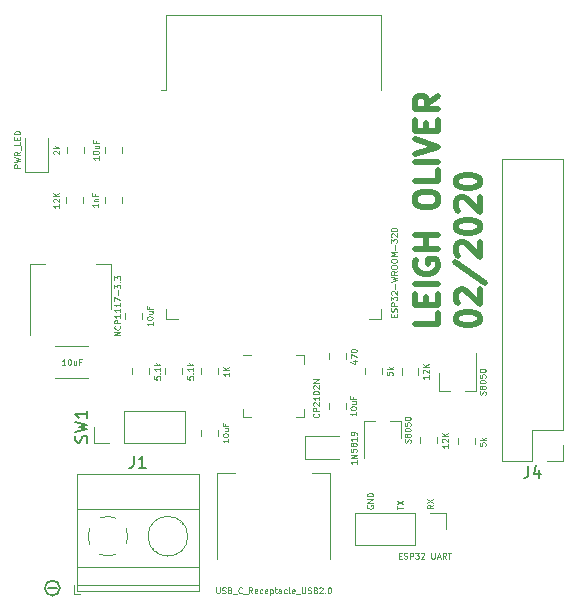
<source format=gbr>
G04 #@! TF.GenerationSoftware,KiCad,Pcbnew,5.1.4-e60b266~84~ubuntu19.04.1*
G04 #@! TF.CreationDate,2020-02-27T18:00:07+11:00*
G04 #@! TF.ProjectId,esp32_saab_devboard,65737033-325f-4736-9161-625f64657662,rev?*
G04 #@! TF.SameCoordinates,Original*
G04 #@! TF.FileFunction,Legend,Top*
G04 #@! TF.FilePolarity,Positive*
%FSLAX46Y46*%
G04 Gerber Fmt 4.6, Leading zero omitted, Abs format (unit mm)*
G04 Created by KiCad (PCBNEW 5.1.4-e60b266~84~ubuntu19.04.1) date 2020-02-27 18:00:07*
%MOMM*%
%LPD*%
G04 APERTURE LIST*
%ADD10C,0.500000*%
%ADD11C,0.125000*%
%ADD12C,0.150000*%
%ADD13C,0.120000*%
%ADD14C,0.100000*%
G04 APERTURE END LIST*
D10*
X208958761Y-97306428D02*
X208958761Y-98258809D01*
X206958761Y-98258809D01*
X207911142Y-96639761D02*
X207911142Y-95973095D01*
X208958761Y-95687380D02*
X208958761Y-96639761D01*
X206958761Y-96639761D01*
X206958761Y-95687380D01*
X208958761Y-94830238D02*
X206958761Y-94830238D01*
X207054000Y-92830238D02*
X206958761Y-93020714D01*
X206958761Y-93306428D01*
X207054000Y-93592142D01*
X207244476Y-93782619D01*
X207434952Y-93877857D01*
X207815904Y-93973095D01*
X208101619Y-93973095D01*
X208482571Y-93877857D01*
X208673047Y-93782619D01*
X208863523Y-93592142D01*
X208958761Y-93306428D01*
X208958761Y-93115952D01*
X208863523Y-92830238D01*
X208768285Y-92735000D01*
X208101619Y-92735000D01*
X208101619Y-93115952D01*
X208958761Y-91877857D02*
X206958761Y-91877857D01*
X207911142Y-91877857D02*
X207911142Y-90735000D01*
X208958761Y-90735000D02*
X206958761Y-90735000D01*
X206958761Y-87877857D02*
X206958761Y-87496904D01*
X207054000Y-87306428D01*
X207244476Y-87115952D01*
X207625428Y-87020714D01*
X208292095Y-87020714D01*
X208673047Y-87115952D01*
X208863523Y-87306428D01*
X208958761Y-87496904D01*
X208958761Y-87877857D01*
X208863523Y-88068333D01*
X208673047Y-88258809D01*
X208292095Y-88354047D01*
X207625428Y-88354047D01*
X207244476Y-88258809D01*
X207054000Y-88068333D01*
X206958761Y-87877857D01*
X208958761Y-85211190D02*
X208958761Y-86163571D01*
X206958761Y-86163571D01*
X208958761Y-84544523D02*
X206958761Y-84544523D01*
X206958761Y-83877857D02*
X208958761Y-83211190D01*
X206958761Y-82544523D01*
X207911142Y-81877857D02*
X207911142Y-81211190D01*
X208958761Y-80925476D02*
X208958761Y-81877857D01*
X206958761Y-81877857D01*
X206958761Y-80925476D01*
X208958761Y-78925476D02*
X208006380Y-79592142D01*
X208958761Y-80068333D02*
X206958761Y-80068333D01*
X206958761Y-79306428D01*
X207054000Y-79115952D01*
X207149238Y-79020714D01*
X207339714Y-78925476D01*
X207625428Y-78925476D01*
X207815904Y-79020714D01*
X207911142Y-79115952D01*
X208006380Y-79306428D01*
X208006380Y-80068333D01*
X210458761Y-97877857D02*
X210458761Y-97687380D01*
X210554000Y-97496904D01*
X210649238Y-97401666D01*
X210839714Y-97306428D01*
X211220666Y-97211190D01*
X211696857Y-97211190D01*
X212077809Y-97306428D01*
X212268285Y-97401666D01*
X212363523Y-97496904D01*
X212458761Y-97687380D01*
X212458761Y-97877857D01*
X212363523Y-98068333D01*
X212268285Y-98163571D01*
X212077809Y-98258809D01*
X211696857Y-98354047D01*
X211220666Y-98354047D01*
X210839714Y-98258809D01*
X210649238Y-98163571D01*
X210554000Y-98068333D01*
X210458761Y-97877857D01*
X210649238Y-96449285D02*
X210554000Y-96354047D01*
X210458761Y-96163571D01*
X210458761Y-95687380D01*
X210554000Y-95496904D01*
X210649238Y-95401666D01*
X210839714Y-95306428D01*
X211030190Y-95306428D01*
X211315904Y-95401666D01*
X212458761Y-96544523D01*
X212458761Y-95306428D01*
X210363523Y-93020714D02*
X212934952Y-94735000D01*
X210649238Y-92449285D02*
X210554000Y-92354047D01*
X210458761Y-92163571D01*
X210458761Y-91687380D01*
X210554000Y-91496904D01*
X210649238Y-91401666D01*
X210839714Y-91306428D01*
X211030190Y-91306428D01*
X211315904Y-91401666D01*
X212458761Y-92544523D01*
X212458761Y-91306428D01*
X210458761Y-90068333D02*
X210458761Y-89877857D01*
X210554000Y-89687380D01*
X210649238Y-89592142D01*
X210839714Y-89496904D01*
X211220666Y-89401666D01*
X211696857Y-89401666D01*
X212077809Y-89496904D01*
X212268285Y-89592142D01*
X212363523Y-89687380D01*
X212458761Y-89877857D01*
X212458761Y-90068333D01*
X212363523Y-90258809D01*
X212268285Y-90354047D01*
X212077809Y-90449285D01*
X211696857Y-90544523D01*
X211220666Y-90544523D01*
X210839714Y-90449285D01*
X210649238Y-90354047D01*
X210554000Y-90258809D01*
X210458761Y-90068333D01*
X210649238Y-88639761D02*
X210554000Y-88544523D01*
X210458761Y-88354047D01*
X210458761Y-87877857D01*
X210554000Y-87687380D01*
X210649238Y-87592142D01*
X210839714Y-87496904D01*
X211030190Y-87496904D01*
X211315904Y-87592142D01*
X212458761Y-88735000D01*
X212458761Y-87496904D01*
X210458761Y-86258809D02*
X210458761Y-86068333D01*
X210554000Y-85877857D01*
X210649238Y-85782619D01*
X210839714Y-85687380D01*
X211220666Y-85592142D01*
X211696857Y-85592142D01*
X212077809Y-85687380D01*
X212268285Y-85782619D01*
X212363523Y-85877857D01*
X212458761Y-86068333D01*
X212458761Y-86258809D01*
X212363523Y-86449285D01*
X212268285Y-86544523D01*
X212077809Y-86639761D01*
X211696857Y-86735000D01*
X211220666Y-86735000D01*
X210839714Y-86639761D01*
X210649238Y-86544523D01*
X210554000Y-86449285D01*
X210458761Y-86258809D01*
D11*
X208506190Y-113559988D02*
X208268095Y-113726654D01*
X208506190Y-113845702D02*
X208006190Y-113845702D01*
X208006190Y-113655226D01*
X208030000Y-113607607D01*
X208053809Y-113583797D01*
X208101428Y-113559988D01*
X208172857Y-113559988D01*
X208220476Y-113583797D01*
X208244285Y-113607607D01*
X208268095Y-113655226D01*
X208268095Y-113845702D01*
X208006190Y-113393321D02*
X208506190Y-113059988D01*
X208006190Y-113059988D02*
X208506190Y-113393321D01*
X205466190Y-113917130D02*
X205466190Y-113631416D01*
X205966190Y-113774273D02*
X205466190Y-113774273D01*
X205466190Y-113512369D02*
X205966190Y-113179035D01*
X205466190Y-113179035D02*
X205966190Y-113512369D01*
X202950000Y-113583797D02*
X202926190Y-113631416D01*
X202926190Y-113702845D01*
X202950000Y-113774273D01*
X202997619Y-113821892D01*
X203045238Y-113845702D01*
X203140476Y-113869511D01*
X203211904Y-113869511D01*
X203307142Y-113845702D01*
X203354761Y-113821892D01*
X203402380Y-113774273D01*
X203426190Y-113702845D01*
X203426190Y-113655226D01*
X203402380Y-113583797D01*
X203378571Y-113559988D01*
X203211904Y-113559988D01*
X203211904Y-113655226D01*
X203426190Y-113345702D02*
X202926190Y-113345702D01*
X203426190Y-113059988D01*
X202926190Y-113059988D01*
X203426190Y-112821892D02*
X202926190Y-112821892D01*
X202926190Y-112702845D01*
X202950000Y-112631416D01*
X202997619Y-112583797D01*
X203045238Y-112559988D01*
X203140476Y-112536178D01*
X203211904Y-112536178D01*
X203307142Y-112559988D01*
X203354761Y-112583797D01*
X203402380Y-112631416D01*
X203426190Y-112702845D01*
X203426190Y-112821892D01*
D12*
X176911000Y-120586500D02*
G75*
G03X176911000Y-120586500I-635000J0D01*
G01*
X175895047Y-120594428D02*
X176656952Y-120594428D01*
D13*
X179318064Y-100116000D02*
X176513936Y-100116000D01*
X179318064Y-102836000D02*
X176513936Y-102836000D01*
X197657000Y-109672000D02*
X200517000Y-109672000D01*
X197657000Y-107752000D02*
X197657000Y-109672000D01*
X200517000Y-107752000D02*
X197657000Y-107752000D01*
X198250000Y-110880000D02*
X199750000Y-110880000D01*
X199750000Y-110880000D02*
X199750000Y-118140000D01*
X190250000Y-110880000D02*
X190250000Y-118140000D01*
X190250000Y-110880000D02*
X191750000Y-110880000D01*
X183844000Y-97274748D02*
X183844000Y-97797252D01*
X182424000Y-97274748D02*
X182424000Y-97797252D01*
X185880000Y-97000000D02*
X185880000Y-97780000D01*
X185880000Y-97780000D02*
X186880000Y-97780000D01*
X204120000Y-97000000D02*
X204120000Y-97780000D01*
X204120000Y-97780000D02*
X203120000Y-97780000D01*
X185880000Y-72035000D02*
X204120000Y-72035000D01*
X204120000Y-72035000D02*
X204120000Y-78455000D01*
X185880000Y-72035000D02*
X185880000Y-78455000D01*
X185880000Y-78455000D02*
X185500000Y-78455000D01*
X196885000Y-100895000D02*
X197610000Y-100895000D01*
X197610000Y-100895000D02*
X197610000Y-101620000D01*
X193115000Y-106115000D02*
X192390000Y-106115000D01*
X192390000Y-106115000D02*
X192390000Y-105390000D01*
X196885000Y-106115000D02*
X197610000Y-106115000D01*
X197610000Y-106115000D02*
X197610000Y-105390000D01*
X193115000Y-100895000D02*
X192390000Y-100895000D01*
X177420000Y-88015252D02*
X177420000Y-87492748D01*
X178840000Y-88015252D02*
X178840000Y-87492748D01*
X173970000Y-82504000D02*
X173970000Y-85364000D01*
X173970000Y-85364000D02*
X175890000Y-85364000D01*
X175890000Y-85364000D02*
X175890000Y-82504000D01*
X180770000Y-87492748D02*
X180770000Y-88015252D01*
X182190000Y-87492748D02*
X182190000Y-88015252D01*
X178940000Y-83242748D02*
X178940000Y-83765252D01*
X177520000Y-83242748D02*
X177520000Y-83765252D01*
X204164000Y-102496252D02*
X204164000Y-101973748D01*
X202744000Y-102496252D02*
X202744000Y-101973748D01*
X210657000Y-108422252D02*
X210657000Y-107899748D01*
X212077000Y-108422252D02*
X212077000Y-107899748D01*
X208863000Y-108338252D02*
X208863000Y-107815748D01*
X207443000Y-108338252D02*
X207443000Y-107815748D01*
X207261000Y-102514252D02*
X207261000Y-101991748D01*
X205841000Y-102514252D02*
X205841000Y-101991748D01*
X190321000Y-101973748D02*
X190321000Y-102496252D01*
X188901000Y-101973748D02*
X188901000Y-102496252D01*
X201116000Y-100703748D02*
X201116000Y-101226252D01*
X199696000Y-100703748D02*
X199696000Y-101226252D01*
X181210000Y-93166000D02*
X179950000Y-93166000D01*
X174390000Y-93166000D02*
X175650000Y-93166000D01*
X181210000Y-96926000D02*
X181210000Y-93166000D01*
X174390000Y-99176000D02*
X174390000Y-93166000D01*
X182190000Y-83242748D02*
X182190000Y-83765252D01*
X180770000Y-83242748D02*
X180770000Y-83765252D01*
X199696000Y-105417252D02*
X199696000Y-104894748D01*
X201116000Y-105417252D02*
X201116000Y-104894748D01*
X188901000Y-107180748D02*
X188901000Y-107703252D01*
X190321000Y-107180748D02*
X190321000Y-107703252D01*
X205796000Y-106428000D02*
X205796000Y-107888000D01*
X202636000Y-106428000D02*
X202636000Y-109588000D01*
X202636000Y-106428000D02*
X203566000Y-106428000D01*
X205796000Y-106428000D02*
X204866000Y-106428000D01*
X208986000Y-103863000D02*
X209916000Y-103863000D01*
X212146000Y-103863000D02*
X211216000Y-103863000D01*
X212146000Y-103863000D02*
X212146000Y-100703000D01*
X208986000Y-103863000D02*
X208986000Y-102403000D01*
X201870000Y-114240000D02*
X201870000Y-116900000D01*
X207010000Y-114240000D02*
X201870000Y-114240000D01*
X207010000Y-116900000D02*
X201870000Y-116900000D01*
X207010000Y-114240000D02*
X207010000Y-116900000D01*
X208280000Y-114240000D02*
X209610000Y-114240000D01*
X209610000Y-114240000D02*
X209610000Y-115570000D01*
X187273000Y-101973748D02*
X187273000Y-102496252D01*
X185853000Y-101973748D02*
X185853000Y-102496252D01*
X183059000Y-101973748D02*
X183059000Y-102496252D01*
X184479000Y-101973748D02*
X184479000Y-102496252D01*
X219516000Y-84268000D02*
X214316000Y-84268000D01*
X219516000Y-107188000D02*
X219516000Y-84268000D01*
X214316000Y-109788000D02*
X214316000Y-84268000D01*
X219516000Y-107188000D02*
X216916000Y-107188000D01*
X216916000Y-107188000D02*
X216916000Y-109788000D01*
X216916000Y-109788000D02*
X214316000Y-109788000D01*
X219516000Y-108458000D02*
X219516000Y-109788000D01*
X219516000Y-109788000D02*
X218186000Y-109788000D01*
X187512000Y-108264000D02*
X187512000Y-105604000D01*
X182372000Y-108264000D02*
X187512000Y-108264000D01*
X182372000Y-105604000D02*
X187512000Y-105604000D01*
X182372000Y-108264000D02*
X182372000Y-105604000D01*
X181102000Y-108264000D02*
X179772000Y-108264000D01*
X179772000Y-108264000D02*
X179772000Y-106934000D01*
X181658318Y-117734756D02*
G75*
G02X180975000Y-117880000I-683318J1534756D01*
G01*
X182510426Y-115516958D02*
G75*
G02X182510000Y-116884000I-1535426J-683042D01*
G01*
X180291958Y-114664574D02*
G75*
G02X181659000Y-114665000I683042J-1535426D01*
G01*
X179439574Y-116883042D02*
G75*
G02X179440000Y-115516000I1535426J683042D01*
G01*
X181003805Y-117880253D02*
G75*
G02X180291000Y-117735000I-28805J1680253D01*
G01*
X187735000Y-116200000D02*
G75*
G03X187735000Y-116200000I-1680000J0D01*
G01*
X178375000Y-120300000D02*
X188655000Y-120300000D01*
X178375000Y-118800000D02*
X188655000Y-118800000D01*
X178375000Y-113899000D02*
X188655000Y-113899000D01*
X178375000Y-110939000D02*
X188655000Y-110939000D01*
X178375000Y-120860000D02*
X188655000Y-120860000D01*
X178375000Y-110939000D02*
X178375000Y-120860000D01*
X188655000Y-110939000D02*
X188655000Y-120860000D01*
X187330000Y-115131000D02*
X187283000Y-115177000D01*
X185021000Y-117439000D02*
X184986000Y-117474000D01*
X187125000Y-114925000D02*
X187090000Y-114961000D01*
X184828000Y-117223000D02*
X184781000Y-117269000D01*
X178135000Y-120360000D02*
X178135000Y-121100000D01*
X178135000Y-121100000D02*
X178635000Y-121100000D01*
D14*
X177380285Y-101702190D02*
X177094571Y-101702190D01*
X177237428Y-101702190D02*
X177237428Y-101202190D01*
X177189809Y-101273619D01*
X177142190Y-101321238D01*
X177094571Y-101345047D01*
X177689809Y-101202190D02*
X177737428Y-101202190D01*
X177785047Y-101226000D01*
X177808857Y-101249809D01*
X177832666Y-101297428D01*
X177856476Y-101392666D01*
X177856476Y-101511714D01*
X177832666Y-101606952D01*
X177808857Y-101654571D01*
X177785047Y-101678380D01*
X177737428Y-101702190D01*
X177689809Y-101702190D01*
X177642190Y-101678380D01*
X177618380Y-101654571D01*
X177594571Y-101606952D01*
X177570761Y-101511714D01*
X177570761Y-101392666D01*
X177594571Y-101297428D01*
X177618380Y-101249809D01*
X177642190Y-101226000D01*
X177689809Y-101202190D01*
X178285047Y-101368857D02*
X178285047Y-101702190D01*
X178070761Y-101368857D02*
X178070761Y-101630761D01*
X178094571Y-101678380D01*
X178142190Y-101702190D01*
X178213619Y-101702190D01*
X178261238Y-101678380D01*
X178285047Y-101654571D01*
X178689809Y-101440285D02*
X178523142Y-101440285D01*
X178523142Y-101702190D02*
X178523142Y-101202190D01*
X178761238Y-101202190D01*
X202029190Y-109783428D02*
X202029190Y-110069142D01*
X202029190Y-109926285D02*
X201529190Y-109926285D01*
X201600619Y-109973904D01*
X201648238Y-110021523D01*
X201672047Y-110069142D01*
X202029190Y-109569142D02*
X201529190Y-109569142D01*
X202029190Y-109283428D01*
X201529190Y-109283428D01*
X201529190Y-108807238D02*
X201529190Y-109045333D01*
X201767285Y-109069142D01*
X201743476Y-109045333D01*
X201719666Y-108997714D01*
X201719666Y-108878666D01*
X201743476Y-108831047D01*
X201767285Y-108807238D01*
X201814904Y-108783428D01*
X201933952Y-108783428D01*
X201981571Y-108807238D01*
X202005380Y-108831047D01*
X202029190Y-108878666D01*
X202029190Y-108997714D01*
X202005380Y-109045333D01*
X201981571Y-109069142D01*
X201743476Y-108497714D02*
X201719666Y-108545333D01*
X201695857Y-108569142D01*
X201648238Y-108592952D01*
X201624428Y-108592952D01*
X201576809Y-108569142D01*
X201553000Y-108545333D01*
X201529190Y-108497714D01*
X201529190Y-108402476D01*
X201553000Y-108354857D01*
X201576809Y-108331047D01*
X201624428Y-108307238D01*
X201648238Y-108307238D01*
X201695857Y-108331047D01*
X201719666Y-108354857D01*
X201743476Y-108402476D01*
X201743476Y-108497714D01*
X201767285Y-108545333D01*
X201791095Y-108569142D01*
X201838714Y-108592952D01*
X201933952Y-108592952D01*
X201981571Y-108569142D01*
X202005380Y-108545333D01*
X202029190Y-108497714D01*
X202029190Y-108402476D01*
X202005380Y-108354857D01*
X201981571Y-108331047D01*
X201933952Y-108307238D01*
X201838714Y-108307238D01*
X201791095Y-108331047D01*
X201767285Y-108354857D01*
X201743476Y-108402476D01*
X202029190Y-107831047D02*
X202029190Y-108116761D01*
X202029190Y-107973904D02*
X201529190Y-107973904D01*
X201600619Y-108021523D01*
X201648238Y-108069142D01*
X201672047Y-108116761D01*
X202029190Y-107592952D02*
X202029190Y-107497714D01*
X202005380Y-107450095D01*
X201981571Y-107426285D01*
X201910142Y-107378666D01*
X201814904Y-107354857D01*
X201624428Y-107354857D01*
X201576809Y-107378666D01*
X201553000Y-107402476D01*
X201529190Y-107450095D01*
X201529190Y-107545333D01*
X201553000Y-107592952D01*
X201576809Y-107616761D01*
X201624428Y-107640571D01*
X201743476Y-107640571D01*
X201791095Y-107616761D01*
X201814904Y-107592952D01*
X201838714Y-107545333D01*
X201838714Y-107450095D01*
X201814904Y-107402476D01*
X201791095Y-107378666D01*
X201743476Y-107354857D01*
X190154761Y-120526190D02*
X190154761Y-120930952D01*
X190178571Y-120978571D01*
X190202380Y-121002380D01*
X190250000Y-121026190D01*
X190345238Y-121026190D01*
X190392857Y-121002380D01*
X190416666Y-120978571D01*
X190440476Y-120930952D01*
X190440476Y-120526190D01*
X190654761Y-121002380D02*
X190726190Y-121026190D01*
X190845238Y-121026190D01*
X190892857Y-121002380D01*
X190916666Y-120978571D01*
X190940476Y-120930952D01*
X190940476Y-120883333D01*
X190916666Y-120835714D01*
X190892857Y-120811904D01*
X190845238Y-120788095D01*
X190750000Y-120764285D01*
X190702380Y-120740476D01*
X190678571Y-120716666D01*
X190654761Y-120669047D01*
X190654761Y-120621428D01*
X190678571Y-120573809D01*
X190702380Y-120550000D01*
X190750000Y-120526190D01*
X190869047Y-120526190D01*
X190940476Y-120550000D01*
X191321428Y-120764285D02*
X191392857Y-120788095D01*
X191416666Y-120811904D01*
X191440476Y-120859523D01*
X191440476Y-120930952D01*
X191416666Y-120978571D01*
X191392857Y-121002380D01*
X191345238Y-121026190D01*
X191154761Y-121026190D01*
X191154761Y-120526190D01*
X191321428Y-120526190D01*
X191369047Y-120550000D01*
X191392857Y-120573809D01*
X191416666Y-120621428D01*
X191416666Y-120669047D01*
X191392857Y-120716666D01*
X191369047Y-120740476D01*
X191321428Y-120764285D01*
X191154761Y-120764285D01*
X191535714Y-121073809D02*
X191916666Y-121073809D01*
X192321428Y-120978571D02*
X192297619Y-121002380D01*
X192226190Y-121026190D01*
X192178571Y-121026190D01*
X192107142Y-121002380D01*
X192059523Y-120954761D01*
X192035714Y-120907142D01*
X192011904Y-120811904D01*
X192011904Y-120740476D01*
X192035714Y-120645238D01*
X192059523Y-120597619D01*
X192107142Y-120550000D01*
X192178571Y-120526190D01*
X192226190Y-120526190D01*
X192297619Y-120550000D01*
X192321428Y-120573809D01*
X192416666Y-121073809D02*
X192797619Y-121073809D01*
X193202380Y-121026190D02*
X193035714Y-120788095D01*
X192916666Y-121026190D02*
X192916666Y-120526190D01*
X193107142Y-120526190D01*
X193154761Y-120550000D01*
X193178571Y-120573809D01*
X193202380Y-120621428D01*
X193202380Y-120692857D01*
X193178571Y-120740476D01*
X193154761Y-120764285D01*
X193107142Y-120788095D01*
X192916666Y-120788095D01*
X193607142Y-121002380D02*
X193559523Y-121026190D01*
X193464285Y-121026190D01*
X193416666Y-121002380D01*
X193392857Y-120954761D01*
X193392857Y-120764285D01*
X193416666Y-120716666D01*
X193464285Y-120692857D01*
X193559523Y-120692857D01*
X193607142Y-120716666D01*
X193630952Y-120764285D01*
X193630952Y-120811904D01*
X193392857Y-120859523D01*
X194059523Y-121002380D02*
X194011904Y-121026190D01*
X193916666Y-121026190D01*
X193869047Y-121002380D01*
X193845238Y-120978571D01*
X193821428Y-120930952D01*
X193821428Y-120788095D01*
X193845238Y-120740476D01*
X193869047Y-120716666D01*
X193916666Y-120692857D01*
X194011904Y-120692857D01*
X194059523Y-120716666D01*
X194464285Y-121002380D02*
X194416666Y-121026190D01*
X194321428Y-121026190D01*
X194273809Y-121002380D01*
X194250000Y-120954761D01*
X194250000Y-120764285D01*
X194273809Y-120716666D01*
X194321428Y-120692857D01*
X194416666Y-120692857D01*
X194464285Y-120716666D01*
X194488095Y-120764285D01*
X194488095Y-120811904D01*
X194250000Y-120859523D01*
X194702380Y-120692857D02*
X194702380Y-121192857D01*
X194702380Y-120716666D02*
X194750000Y-120692857D01*
X194845238Y-120692857D01*
X194892857Y-120716666D01*
X194916666Y-120740476D01*
X194940476Y-120788095D01*
X194940476Y-120930952D01*
X194916666Y-120978571D01*
X194892857Y-121002380D01*
X194845238Y-121026190D01*
X194750000Y-121026190D01*
X194702380Y-121002380D01*
X195083333Y-120692857D02*
X195273809Y-120692857D01*
X195154761Y-120526190D02*
X195154761Y-120954761D01*
X195178571Y-121002380D01*
X195226190Y-121026190D01*
X195273809Y-121026190D01*
X195654761Y-121026190D02*
X195654761Y-120764285D01*
X195630952Y-120716666D01*
X195583333Y-120692857D01*
X195488095Y-120692857D01*
X195440476Y-120716666D01*
X195654761Y-121002380D02*
X195607142Y-121026190D01*
X195488095Y-121026190D01*
X195440476Y-121002380D01*
X195416666Y-120954761D01*
X195416666Y-120907142D01*
X195440476Y-120859523D01*
X195488095Y-120835714D01*
X195607142Y-120835714D01*
X195654761Y-120811904D01*
X196107142Y-121002380D02*
X196059523Y-121026190D01*
X195964285Y-121026190D01*
X195916666Y-121002380D01*
X195892857Y-120978571D01*
X195869047Y-120930952D01*
X195869047Y-120788095D01*
X195892857Y-120740476D01*
X195916666Y-120716666D01*
X195964285Y-120692857D01*
X196059523Y-120692857D01*
X196107142Y-120716666D01*
X196392857Y-121026190D02*
X196345238Y-121002380D01*
X196321428Y-120954761D01*
X196321428Y-120526190D01*
X196773809Y-121002380D02*
X196726190Y-121026190D01*
X196630952Y-121026190D01*
X196583333Y-121002380D01*
X196559523Y-120954761D01*
X196559523Y-120764285D01*
X196583333Y-120716666D01*
X196630952Y-120692857D01*
X196726190Y-120692857D01*
X196773809Y-120716666D01*
X196797619Y-120764285D01*
X196797619Y-120811904D01*
X196559523Y-120859523D01*
X196892857Y-121073809D02*
X197273809Y-121073809D01*
X197392857Y-120526190D02*
X197392857Y-120930952D01*
X197416666Y-120978571D01*
X197440476Y-121002380D01*
X197488095Y-121026190D01*
X197583333Y-121026190D01*
X197630952Y-121002380D01*
X197654761Y-120978571D01*
X197678571Y-120930952D01*
X197678571Y-120526190D01*
X197892857Y-121002380D02*
X197964285Y-121026190D01*
X198083333Y-121026190D01*
X198130952Y-121002380D01*
X198154761Y-120978571D01*
X198178571Y-120930952D01*
X198178571Y-120883333D01*
X198154761Y-120835714D01*
X198130952Y-120811904D01*
X198083333Y-120788095D01*
X197988095Y-120764285D01*
X197940476Y-120740476D01*
X197916666Y-120716666D01*
X197892857Y-120669047D01*
X197892857Y-120621428D01*
X197916666Y-120573809D01*
X197940476Y-120550000D01*
X197988095Y-120526190D01*
X198107142Y-120526190D01*
X198178571Y-120550000D01*
X198559523Y-120764285D02*
X198630952Y-120788095D01*
X198654761Y-120811904D01*
X198678571Y-120859523D01*
X198678571Y-120930952D01*
X198654761Y-120978571D01*
X198630952Y-121002380D01*
X198583333Y-121026190D01*
X198392857Y-121026190D01*
X198392857Y-120526190D01*
X198559523Y-120526190D01*
X198607142Y-120550000D01*
X198630952Y-120573809D01*
X198654761Y-120621428D01*
X198654761Y-120669047D01*
X198630952Y-120716666D01*
X198607142Y-120740476D01*
X198559523Y-120764285D01*
X198392857Y-120764285D01*
X198869047Y-120573809D02*
X198892857Y-120550000D01*
X198940476Y-120526190D01*
X199059523Y-120526190D01*
X199107142Y-120550000D01*
X199130952Y-120573809D01*
X199154761Y-120621428D01*
X199154761Y-120669047D01*
X199130952Y-120740476D01*
X198845238Y-121026190D01*
X199154761Y-121026190D01*
X199369047Y-120978571D02*
X199392857Y-121002380D01*
X199369047Y-121026190D01*
X199345238Y-121002380D01*
X199369047Y-120978571D01*
X199369047Y-121026190D01*
X199702380Y-120526190D02*
X199750000Y-120526190D01*
X199797619Y-120550000D01*
X199821428Y-120573809D01*
X199845238Y-120621428D01*
X199869047Y-120716666D01*
X199869047Y-120835714D01*
X199845238Y-120930952D01*
X199821428Y-120978571D01*
X199797619Y-121002380D01*
X199750000Y-121026190D01*
X199702380Y-121026190D01*
X199654761Y-121002380D01*
X199630952Y-120978571D01*
X199607142Y-120930952D01*
X199583333Y-120835714D01*
X199583333Y-120716666D01*
X199607142Y-120621428D01*
X199630952Y-120573809D01*
X199654761Y-120550000D01*
X199702380Y-120526190D01*
X184757190Y-98071714D02*
X184757190Y-98357428D01*
X184757190Y-98214571D02*
X184257190Y-98214571D01*
X184328619Y-98262190D01*
X184376238Y-98309809D01*
X184400047Y-98357428D01*
X184257190Y-97762190D02*
X184257190Y-97714571D01*
X184281000Y-97666952D01*
X184304809Y-97643142D01*
X184352428Y-97619333D01*
X184447666Y-97595523D01*
X184566714Y-97595523D01*
X184661952Y-97619333D01*
X184709571Y-97643142D01*
X184733380Y-97666952D01*
X184757190Y-97714571D01*
X184757190Y-97762190D01*
X184733380Y-97809809D01*
X184709571Y-97833619D01*
X184661952Y-97857428D01*
X184566714Y-97881238D01*
X184447666Y-97881238D01*
X184352428Y-97857428D01*
X184304809Y-97833619D01*
X184281000Y-97809809D01*
X184257190Y-97762190D01*
X184423857Y-97166952D02*
X184757190Y-97166952D01*
X184423857Y-97381238D02*
X184685761Y-97381238D01*
X184733380Y-97357428D01*
X184757190Y-97309809D01*
X184757190Y-97238380D01*
X184733380Y-97190761D01*
X184709571Y-97166952D01*
X184495285Y-96762190D02*
X184495285Y-96928857D01*
X184757190Y-96928857D02*
X184257190Y-96928857D01*
X184257190Y-96690761D01*
X205196285Y-97614904D02*
X205196285Y-97448238D01*
X205458190Y-97376809D02*
X205458190Y-97614904D01*
X204958190Y-97614904D01*
X204958190Y-97376809D01*
X205434380Y-97186333D02*
X205458190Y-97114904D01*
X205458190Y-96995857D01*
X205434380Y-96948238D01*
X205410571Y-96924428D01*
X205362952Y-96900619D01*
X205315333Y-96900619D01*
X205267714Y-96924428D01*
X205243904Y-96948238D01*
X205220095Y-96995857D01*
X205196285Y-97091095D01*
X205172476Y-97138714D01*
X205148666Y-97162523D01*
X205101047Y-97186333D01*
X205053428Y-97186333D01*
X205005809Y-97162523D01*
X204982000Y-97138714D01*
X204958190Y-97091095D01*
X204958190Y-96972047D01*
X204982000Y-96900619D01*
X205458190Y-96686333D02*
X204958190Y-96686333D01*
X204958190Y-96495857D01*
X204982000Y-96448238D01*
X205005809Y-96424428D01*
X205053428Y-96400619D01*
X205124857Y-96400619D01*
X205172476Y-96424428D01*
X205196285Y-96448238D01*
X205220095Y-96495857D01*
X205220095Y-96686333D01*
X204958190Y-96233952D02*
X204958190Y-95924428D01*
X205148666Y-96091095D01*
X205148666Y-96019666D01*
X205172476Y-95972047D01*
X205196285Y-95948238D01*
X205243904Y-95924428D01*
X205362952Y-95924428D01*
X205410571Y-95948238D01*
X205434380Y-95972047D01*
X205458190Y-96019666D01*
X205458190Y-96162523D01*
X205434380Y-96210142D01*
X205410571Y-96233952D01*
X205005809Y-95733952D02*
X204982000Y-95710142D01*
X204958190Y-95662523D01*
X204958190Y-95543476D01*
X204982000Y-95495857D01*
X205005809Y-95472047D01*
X205053428Y-95448238D01*
X205101047Y-95448238D01*
X205172476Y-95472047D01*
X205458190Y-95757761D01*
X205458190Y-95448238D01*
X205267714Y-95233952D02*
X205267714Y-94853000D01*
X204958190Y-94662523D02*
X205458190Y-94543476D01*
X205101047Y-94448238D01*
X205458190Y-94353000D01*
X204958190Y-94233952D01*
X205458190Y-93757761D02*
X205220095Y-93924428D01*
X205458190Y-94043476D02*
X204958190Y-94043476D01*
X204958190Y-93853000D01*
X204982000Y-93805380D01*
X205005809Y-93781571D01*
X205053428Y-93757761D01*
X205124857Y-93757761D01*
X205172476Y-93781571D01*
X205196285Y-93805380D01*
X205220095Y-93853000D01*
X205220095Y-94043476D01*
X204958190Y-93448238D02*
X204958190Y-93353000D01*
X204982000Y-93305380D01*
X205029619Y-93257761D01*
X205124857Y-93233952D01*
X205291523Y-93233952D01*
X205386761Y-93257761D01*
X205434380Y-93305380D01*
X205458190Y-93353000D01*
X205458190Y-93448238D01*
X205434380Y-93495857D01*
X205386761Y-93543476D01*
X205291523Y-93567285D01*
X205124857Y-93567285D01*
X205029619Y-93543476D01*
X204982000Y-93495857D01*
X204958190Y-93448238D01*
X204958190Y-92924428D02*
X204958190Y-92829190D01*
X204982000Y-92781571D01*
X205029619Y-92733952D01*
X205124857Y-92710142D01*
X205291523Y-92710142D01*
X205386761Y-92733952D01*
X205434380Y-92781571D01*
X205458190Y-92829190D01*
X205458190Y-92924428D01*
X205434380Y-92972047D01*
X205386761Y-93019666D01*
X205291523Y-93043476D01*
X205124857Y-93043476D01*
X205029619Y-93019666D01*
X204982000Y-92972047D01*
X204958190Y-92924428D01*
X205458190Y-92495857D02*
X204958190Y-92495857D01*
X205315333Y-92329190D01*
X204958190Y-92162523D01*
X205458190Y-92162523D01*
X205267714Y-91924428D02*
X205267714Y-91543476D01*
X204958190Y-91353000D02*
X204958190Y-91043476D01*
X205148666Y-91210142D01*
X205148666Y-91138714D01*
X205172476Y-91091095D01*
X205196285Y-91067285D01*
X205243904Y-91043476D01*
X205362952Y-91043476D01*
X205410571Y-91067285D01*
X205434380Y-91091095D01*
X205458190Y-91138714D01*
X205458190Y-91281571D01*
X205434380Y-91329190D01*
X205410571Y-91353000D01*
X205005809Y-90853000D02*
X204982000Y-90829190D01*
X204958190Y-90781571D01*
X204958190Y-90662523D01*
X204982000Y-90614904D01*
X205005809Y-90591095D01*
X205053428Y-90567285D01*
X205101047Y-90567285D01*
X205172476Y-90591095D01*
X205458190Y-90876809D01*
X205458190Y-90567285D01*
X205458190Y-90353000D02*
X204958190Y-90353000D01*
X204958190Y-90233952D01*
X204982000Y-90162523D01*
X205029619Y-90114904D01*
X205077238Y-90091095D01*
X205172476Y-90067285D01*
X205243904Y-90067285D01*
X205339142Y-90091095D01*
X205386761Y-90114904D01*
X205434380Y-90162523D01*
X205458190Y-90233952D01*
X205458190Y-90353000D01*
X198806571Y-105830523D02*
X198830380Y-105854333D01*
X198854190Y-105925761D01*
X198854190Y-105973380D01*
X198830380Y-106044809D01*
X198782761Y-106092428D01*
X198735142Y-106116238D01*
X198639904Y-106140047D01*
X198568476Y-106140047D01*
X198473238Y-106116238D01*
X198425619Y-106092428D01*
X198378000Y-106044809D01*
X198354190Y-105973380D01*
X198354190Y-105925761D01*
X198378000Y-105854333D01*
X198401809Y-105830523D01*
X198854190Y-105616238D02*
X198354190Y-105616238D01*
X198354190Y-105425761D01*
X198378000Y-105378142D01*
X198401809Y-105354333D01*
X198449428Y-105330523D01*
X198520857Y-105330523D01*
X198568476Y-105354333D01*
X198592285Y-105378142D01*
X198616095Y-105425761D01*
X198616095Y-105616238D01*
X198401809Y-105140047D02*
X198378000Y-105116238D01*
X198354190Y-105068619D01*
X198354190Y-104949571D01*
X198378000Y-104901952D01*
X198401809Y-104878142D01*
X198449428Y-104854333D01*
X198497047Y-104854333D01*
X198568476Y-104878142D01*
X198854190Y-105163857D01*
X198854190Y-104854333D01*
X198854190Y-104378142D02*
X198854190Y-104663857D01*
X198854190Y-104521000D02*
X198354190Y-104521000D01*
X198425619Y-104568619D01*
X198473238Y-104616238D01*
X198497047Y-104663857D01*
X198354190Y-104068619D02*
X198354190Y-104021000D01*
X198378000Y-103973380D01*
X198401809Y-103949571D01*
X198449428Y-103925761D01*
X198544666Y-103901952D01*
X198663714Y-103901952D01*
X198758952Y-103925761D01*
X198806571Y-103949571D01*
X198830380Y-103973380D01*
X198854190Y-104021000D01*
X198854190Y-104068619D01*
X198830380Y-104116238D01*
X198806571Y-104140047D01*
X198758952Y-104163857D01*
X198663714Y-104187666D01*
X198544666Y-104187666D01*
X198449428Y-104163857D01*
X198401809Y-104140047D01*
X198378000Y-104116238D01*
X198354190Y-104068619D01*
X198401809Y-103711476D02*
X198378000Y-103687666D01*
X198354190Y-103640047D01*
X198354190Y-103521000D01*
X198378000Y-103473380D01*
X198401809Y-103449571D01*
X198449428Y-103425761D01*
X198497047Y-103425761D01*
X198568476Y-103449571D01*
X198854190Y-103735285D01*
X198854190Y-103425761D01*
X198854190Y-103211476D02*
X198354190Y-103211476D01*
X198854190Y-102925761D01*
X198354190Y-102925761D01*
X180156190Y-88051619D02*
X180156190Y-88337333D01*
X180156190Y-88194476D02*
X179656190Y-88194476D01*
X179727619Y-88242095D01*
X179775238Y-88289714D01*
X179799047Y-88337333D01*
X179822857Y-87837333D02*
X180156190Y-87837333D01*
X179870476Y-87837333D02*
X179846666Y-87813523D01*
X179822857Y-87765904D01*
X179822857Y-87694476D01*
X179846666Y-87646857D01*
X179894285Y-87623047D01*
X180156190Y-87623047D01*
X179894285Y-87218285D02*
X179894285Y-87384952D01*
X180156190Y-87384952D02*
X179656190Y-87384952D01*
X179656190Y-87146857D01*
X173556190Y-84989714D02*
X173056190Y-84989714D01*
X173056190Y-84799238D01*
X173080000Y-84751619D01*
X173103809Y-84727809D01*
X173151428Y-84704000D01*
X173222857Y-84704000D01*
X173270476Y-84727809D01*
X173294285Y-84751619D01*
X173318095Y-84799238D01*
X173318095Y-84989714D01*
X173056190Y-84537333D02*
X173556190Y-84418285D01*
X173199047Y-84323047D01*
X173556190Y-84227809D01*
X173056190Y-84108761D01*
X173556190Y-83632571D02*
X173318095Y-83799238D01*
X173556190Y-83918285D02*
X173056190Y-83918285D01*
X173056190Y-83727809D01*
X173080000Y-83680190D01*
X173103809Y-83656380D01*
X173151428Y-83632571D01*
X173222857Y-83632571D01*
X173270476Y-83656380D01*
X173294285Y-83680190D01*
X173318095Y-83727809D01*
X173318095Y-83918285D01*
X173603809Y-83537333D02*
X173603809Y-83156380D01*
X173556190Y-82799238D02*
X173556190Y-83037333D01*
X173056190Y-83037333D01*
X173294285Y-82632571D02*
X173294285Y-82465904D01*
X173556190Y-82394476D02*
X173556190Y-82632571D01*
X173056190Y-82632571D01*
X173056190Y-82394476D01*
X173556190Y-82180190D02*
X173056190Y-82180190D01*
X173056190Y-82061142D01*
X173080000Y-81989714D01*
X173127619Y-81942095D01*
X173175238Y-81918285D01*
X173270476Y-81894476D01*
X173341904Y-81894476D01*
X173437142Y-81918285D01*
X173484761Y-81942095D01*
X173532380Y-81989714D01*
X173556190Y-82061142D01*
X173556190Y-82180190D01*
X176856190Y-88099238D02*
X176856190Y-88384952D01*
X176856190Y-88242095D02*
X176356190Y-88242095D01*
X176427619Y-88289714D01*
X176475238Y-88337333D01*
X176499047Y-88384952D01*
X176403809Y-87908761D02*
X176380000Y-87884952D01*
X176356190Y-87837333D01*
X176356190Y-87718285D01*
X176380000Y-87670666D01*
X176403809Y-87646857D01*
X176451428Y-87623047D01*
X176499047Y-87623047D01*
X176570476Y-87646857D01*
X176856190Y-87932571D01*
X176856190Y-87623047D01*
X176856190Y-87408761D02*
X176356190Y-87408761D01*
X176856190Y-87123047D02*
X176570476Y-87337333D01*
X176356190Y-87123047D02*
X176641904Y-87408761D01*
X176403809Y-83849238D02*
X176380000Y-83825428D01*
X176356190Y-83777809D01*
X176356190Y-83658761D01*
X176380000Y-83611142D01*
X176403809Y-83587333D01*
X176451428Y-83563523D01*
X176499047Y-83563523D01*
X176570476Y-83587333D01*
X176856190Y-83873047D01*
X176856190Y-83563523D01*
X176856190Y-83349238D02*
X176356190Y-83349238D01*
X176665714Y-83301619D02*
X176856190Y-83158761D01*
X176522857Y-83158761D02*
X176713333Y-83349238D01*
X204577190Y-102318333D02*
X204577190Y-102556428D01*
X204815285Y-102580238D01*
X204791476Y-102556428D01*
X204767666Y-102508809D01*
X204767666Y-102389761D01*
X204791476Y-102342142D01*
X204815285Y-102318333D01*
X204862904Y-102294523D01*
X204981952Y-102294523D01*
X205029571Y-102318333D01*
X205053380Y-102342142D01*
X205077190Y-102389761D01*
X205077190Y-102508809D01*
X205053380Y-102556428D01*
X205029571Y-102580238D01*
X205077190Y-102080238D02*
X204577190Y-102080238D01*
X204886714Y-102032619D02*
X205077190Y-101889761D01*
X204743857Y-101889761D02*
X204934333Y-102080238D01*
X212451190Y-108287333D02*
X212451190Y-108525428D01*
X212689285Y-108549238D01*
X212665476Y-108525428D01*
X212641666Y-108477809D01*
X212641666Y-108358761D01*
X212665476Y-108311142D01*
X212689285Y-108287333D01*
X212736904Y-108263523D01*
X212855952Y-108263523D01*
X212903571Y-108287333D01*
X212927380Y-108311142D01*
X212951190Y-108358761D01*
X212951190Y-108477809D01*
X212927380Y-108525428D01*
X212903571Y-108549238D01*
X212951190Y-108049238D02*
X212451190Y-108049238D01*
X212760714Y-108001619D02*
X212951190Y-107858761D01*
X212617857Y-107858761D02*
X212808333Y-108049238D01*
X209776190Y-108422238D02*
X209776190Y-108707952D01*
X209776190Y-108565095D02*
X209276190Y-108565095D01*
X209347619Y-108612714D01*
X209395238Y-108660333D01*
X209419047Y-108707952D01*
X209323809Y-108231761D02*
X209300000Y-108207952D01*
X209276190Y-108160333D01*
X209276190Y-108041285D01*
X209300000Y-107993666D01*
X209323809Y-107969857D01*
X209371428Y-107946047D01*
X209419047Y-107946047D01*
X209490476Y-107969857D01*
X209776190Y-108255571D01*
X209776190Y-107946047D01*
X209776190Y-107731761D02*
X209276190Y-107731761D01*
X209776190Y-107446047D02*
X209490476Y-107660333D01*
X209276190Y-107446047D02*
X209561904Y-107731761D01*
X208125190Y-102580238D02*
X208125190Y-102865952D01*
X208125190Y-102723095D02*
X207625190Y-102723095D01*
X207696619Y-102770714D01*
X207744238Y-102818333D01*
X207768047Y-102865952D01*
X207672809Y-102389761D02*
X207649000Y-102365952D01*
X207625190Y-102318333D01*
X207625190Y-102199285D01*
X207649000Y-102151666D01*
X207672809Y-102127857D01*
X207720428Y-102104047D01*
X207768047Y-102104047D01*
X207839476Y-102127857D01*
X208125190Y-102413571D01*
X208125190Y-102104047D01*
X208125190Y-101889761D02*
X207625190Y-101889761D01*
X208125190Y-101604047D02*
X207839476Y-101818333D01*
X207625190Y-101604047D02*
X207910904Y-101889761D01*
X191234190Y-102342142D02*
X191234190Y-102627857D01*
X191234190Y-102485000D02*
X190734190Y-102485000D01*
X190805619Y-102532619D01*
X190853238Y-102580238D01*
X190877047Y-102627857D01*
X191234190Y-102127857D02*
X190734190Y-102127857D01*
X191234190Y-101842142D02*
X190948476Y-102056428D01*
X190734190Y-101842142D02*
X191019904Y-102127857D01*
X201695857Y-101345952D02*
X202029190Y-101345952D01*
X201505380Y-101465000D02*
X201862523Y-101584047D01*
X201862523Y-101274523D01*
X201529190Y-101131666D02*
X201529190Y-100798333D01*
X202029190Y-101012619D01*
X201529190Y-100512619D02*
X201529190Y-100465000D01*
X201553000Y-100417380D01*
X201576809Y-100393571D01*
X201624428Y-100369761D01*
X201719666Y-100345952D01*
X201838714Y-100345952D01*
X201933952Y-100369761D01*
X201981571Y-100393571D01*
X202005380Y-100417380D01*
X202029190Y-100465000D01*
X202029190Y-100512619D01*
X202005380Y-100560238D01*
X201981571Y-100584047D01*
X201933952Y-100607857D01*
X201838714Y-100631666D01*
X201719666Y-100631666D01*
X201624428Y-100607857D01*
X201576809Y-100584047D01*
X201553000Y-100560238D01*
X201529190Y-100512619D01*
X182026190Y-99200000D02*
X181526190Y-99200000D01*
X182026190Y-98914285D01*
X181526190Y-98914285D01*
X181978571Y-98390476D02*
X182002380Y-98414285D01*
X182026190Y-98485714D01*
X182026190Y-98533333D01*
X182002380Y-98604761D01*
X181954761Y-98652380D01*
X181907142Y-98676190D01*
X181811904Y-98700000D01*
X181740476Y-98700000D01*
X181645238Y-98676190D01*
X181597619Y-98652380D01*
X181550000Y-98604761D01*
X181526190Y-98533333D01*
X181526190Y-98485714D01*
X181550000Y-98414285D01*
X181573809Y-98390476D01*
X182026190Y-98176190D02*
X181526190Y-98176190D01*
X181526190Y-97985714D01*
X181550000Y-97938095D01*
X181573809Y-97914285D01*
X181621428Y-97890476D01*
X181692857Y-97890476D01*
X181740476Y-97914285D01*
X181764285Y-97938095D01*
X181788095Y-97985714D01*
X181788095Y-98176190D01*
X182026190Y-97414285D02*
X182026190Y-97700000D01*
X182026190Y-97557142D02*
X181526190Y-97557142D01*
X181597619Y-97604761D01*
X181645238Y-97652380D01*
X181669047Y-97700000D01*
X182026190Y-96938095D02*
X182026190Y-97223809D01*
X182026190Y-97080952D02*
X181526190Y-97080952D01*
X181597619Y-97128571D01*
X181645238Y-97176190D01*
X181669047Y-97223809D01*
X182026190Y-96461904D02*
X182026190Y-96747619D01*
X182026190Y-96604761D02*
X181526190Y-96604761D01*
X181597619Y-96652380D01*
X181645238Y-96700000D01*
X181669047Y-96747619D01*
X181526190Y-96295238D02*
X181526190Y-95961904D01*
X182026190Y-96176190D01*
X181835714Y-95771428D02*
X181835714Y-95390476D01*
X181526190Y-95200000D02*
X181526190Y-94890476D01*
X181716666Y-95057142D01*
X181716666Y-94985714D01*
X181740476Y-94938095D01*
X181764285Y-94914285D01*
X181811904Y-94890476D01*
X181930952Y-94890476D01*
X181978571Y-94914285D01*
X182002380Y-94938095D01*
X182026190Y-94985714D01*
X182026190Y-95128571D01*
X182002380Y-95176190D01*
X181978571Y-95200000D01*
X181978571Y-94676190D02*
X182002380Y-94652380D01*
X182026190Y-94676190D01*
X182002380Y-94700000D01*
X181978571Y-94676190D01*
X182026190Y-94676190D01*
X181526190Y-94485714D02*
X181526190Y-94176190D01*
X181716666Y-94342857D01*
X181716666Y-94271428D01*
X181740476Y-94223809D01*
X181764285Y-94200000D01*
X181811904Y-94176190D01*
X181930952Y-94176190D01*
X181978571Y-94200000D01*
X182002380Y-94223809D01*
X182026190Y-94271428D01*
X182026190Y-94414285D01*
X182002380Y-94461904D01*
X181978571Y-94485714D01*
X180206190Y-84039714D02*
X180206190Y-84325428D01*
X180206190Y-84182571D02*
X179706190Y-84182571D01*
X179777619Y-84230190D01*
X179825238Y-84277809D01*
X179849047Y-84325428D01*
X179706190Y-83730190D02*
X179706190Y-83682571D01*
X179730000Y-83634952D01*
X179753809Y-83611142D01*
X179801428Y-83587333D01*
X179896666Y-83563523D01*
X180015714Y-83563523D01*
X180110952Y-83587333D01*
X180158571Y-83611142D01*
X180182380Y-83634952D01*
X180206190Y-83682571D01*
X180206190Y-83730190D01*
X180182380Y-83777809D01*
X180158571Y-83801619D01*
X180110952Y-83825428D01*
X180015714Y-83849238D01*
X179896666Y-83849238D01*
X179801428Y-83825428D01*
X179753809Y-83801619D01*
X179730000Y-83777809D01*
X179706190Y-83730190D01*
X179872857Y-83134952D02*
X180206190Y-83134952D01*
X179872857Y-83349238D02*
X180134761Y-83349238D01*
X180182380Y-83325428D01*
X180206190Y-83277809D01*
X180206190Y-83206380D01*
X180182380Y-83158761D01*
X180158571Y-83134952D01*
X179944285Y-82730190D02*
X179944285Y-82896857D01*
X180206190Y-82896857D02*
X179706190Y-82896857D01*
X179706190Y-82658761D01*
X202003790Y-105691714D02*
X202003790Y-105977428D01*
X202003790Y-105834571D02*
X201503790Y-105834571D01*
X201575219Y-105882190D01*
X201622838Y-105929809D01*
X201646647Y-105977428D01*
X201503790Y-105382190D02*
X201503790Y-105334571D01*
X201527600Y-105286952D01*
X201551409Y-105263142D01*
X201599028Y-105239333D01*
X201694266Y-105215523D01*
X201813314Y-105215523D01*
X201908552Y-105239333D01*
X201956171Y-105263142D01*
X201979980Y-105286952D01*
X202003790Y-105334571D01*
X202003790Y-105382190D01*
X201979980Y-105429809D01*
X201956171Y-105453619D01*
X201908552Y-105477428D01*
X201813314Y-105501238D01*
X201694266Y-105501238D01*
X201599028Y-105477428D01*
X201551409Y-105453619D01*
X201527600Y-105429809D01*
X201503790Y-105382190D01*
X201670457Y-104786952D02*
X202003790Y-104786952D01*
X201670457Y-105001238D02*
X201932361Y-105001238D01*
X201979980Y-104977428D01*
X202003790Y-104929809D01*
X202003790Y-104858380D01*
X201979980Y-104810761D01*
X201956171Y-104786952D01*
X201741885Y-104382190D02*
X201741885Y-104548857D01*
X202003790Y-104548857D02*
X201503790Y-104548857D01*
X201503790Y-104310761D01*
X191187190Y-107977714D02*
X191187190Y-108263428D01*
X191187190Y-108120571D02*
X190687190Y-108120571D01*
X190758619Y-108168190D01*
X190806238Y-108215809D01*
X190830047Y-108263428D01*
X190687190Y-107668190D02*
X190687190Y-107620571D01*
X190711000Y-107572952D01*
X190734809Y-107549142D01*
X190782428Y-107525333D01*
X190877666Y-107501523D01*
X190996714Y-107501523D01*
X191091952Y-107525333D01*
X191139571Y-107549142D01*
X191163380Y-107572952D01*
X191187190Y-107620571D01*
X191187190Y-107668190D01*
X191163380Y-107715809D01*
X191139571Y-107739619D01*
X191091952Y-107763428D01*
X190996714Y-107787238D01*
X190877666Y-107787238D01*
X190782428Y-107763428D01*
X190734809Y-107739619D01*
X190711000Y-107715809D01*
X190687190Y-107668190D01*
X190853857Y-107072952D02*
X191187190Y-107072952D01*
X190853857Y-107287238D02*
X191115761Y-107287238D01*
X191163380Y-107263428D01*
X191187190Y-107215809D01*
X191187190Y-107144380D01*
X191163380Y-107096761D01*
X191139571Y-107072952D01*
X190925285Y-106668190D02*
X190925285Y-106834857D01*
X191187190Y-106834857D02*
X190687190Y-106834857D01*
X190687190Y-106596761D01*
X206577380Y-108283238D02*
X206601190Y-108211809D01*
X206601190Y-108092761D01*
X206577380Y-108045142D01*
X206553571Y-108021333D01*
X206505952Y-107997523D01*
X206458333Y-107997523D01*
X206410714Y-108021333D01*
X206386904Y-108045142D01*
X206363095Y-108092761D01*
X206339285Y-108188000D01*
X206315476Y-108235619D01*
X206291666Y-108259428D01*
X206244047Y-108283238D01*
X206196428Y-108283238D01*
X206148809Y-108259428D01*
X206125000Y-108235619D01*
X206101190Y-108188000D01*
X206101190Y-108068952D01*
X206125000Y-107997523D01*
X206315476Y-107711809D02*
X206291666Y-107759428D01*
X206267857Y-107783238D01*
X206220238Y-107807047D01*
X206196428Y-107807047D01*
X206148809Y-107783238D01*
X206125000Y-107759428D01*
X206101190Y-107711809D01*
X206101190Y-107616571D01*
X206125000Y-107568952D01*
X206148809Y-107545142D01*
X206196428Y-107521333D01*
X206220238Y-107521333D01*
X206267857Y-107545142D01*
X206291666Y-107568952D01*
X206315476Y-107616571D01*
X206315476Y-107711809D01*
X206339285Y-107759428D01*
X206363095Y-107783238D01*
X206410714Y-107807047D01*
X206505952Y-107807047D01*
X206553571Y-107783238D01*
X206577380Y-107759428D01*
X206601190Y-107711809D01*
X206601190Y-107616571D01*
X206577380Y-107568952D01*
X206553571Y-107545142D01*
X206505952Y-107521333D01*
X206410714Y-107521333D01*
X206363095Y-107545142D01*
X206339285Y-107568952D01*
X206315476Y-107616571D01*
X206101190Y-107211809D02*
X206101190Y-107164190D01*
X206125000Y-107116571D01*
X206148809Y-107092761D01*
X206196428Y-107068952D01*
X206291666Y-107045142D01*
X206410714Y-107045142D01*
X206505952Y-107068952D01*
X206553571Y-107092761D01*
X206577380Y-107116571D01*
X206601190Y-107164190D01*
X206601190Y-107211809D01*
X206577380Y-107259428D01*
X206553571Y-107283238D01*
X206505952Y-107307047D01*
X206410714Y-107330857D01*
X206291666Y-107330857D01*
X206196428Y-107307047D01*
X206148809Y-107283238D01*
X206125000Y-107259428D01*
X206101190Y-107211809D01*
X206101190Y-106592761D02*
X206101190Y-106830857D01*
X206339285Y-106854666D01*
X206315476Y-106830857D01*
X206291666Y-106783238D01*
X206291666Y-106664190D01*
X206315476Y-106616571D01*
X206339285Y-106592761D01*
X206386904Y-106568952D01*
X206505952Y-106568952D01*
X206553571Y-106592761D01*
X206577380Y-106616571D01*
X206601190Y-106664190D01*
X206601190Y-106783238D01*
X206577380Y-106830857D01*
X206553571Y-106854666D01*
X206101190Y-106259428D02*
X206101190Y-106211809D01*
X206125000Y-106164190D01*
X206148809Y-106140380D01*
X206196428Y-106116571D01*
X206291666Y-106092761D01*
X206410714Y-106092761D01*
X206505952Y-106116571D01*
X206553571Y-106140380D01*
X206577380Y-106164190D01*
X206601190Y-106211809D01*
X206601190Y-106259428D01*
X206577380Y-106307047D01*
X206553571Y-106330857D01*
X206505952Y-106354666D01*
X206410714Y-106378476D01*
X206291666Y-106378476D01*
X206196428Y-106354666D01*
X206148809Y-106330857D01*
X206125000Y-106307047D01*
X206101190Y-106259428D01*
X212927380Y-104219238D02*
X212951190Y-104147809D01*
X212951190Y-104028761D01*
X212927380Y-103981142D01*
X212903571Y-103957333D01*
X212855952Y-103933523D01*
X212808333Y-103933523D01*
X212760714Y-103957333D01*
X212736904Y-103981142D01*
X212713095Y-104028761D01*
X212689285Y-104124000D01*
X212665476Y-104171619D01*
X212641666Y-104195428D01*
X212594047Y-104219238D01*
X212546428Y-104219238D01*
X212498809Y-104195428D01*
X212475000Y-104171619D01*
X212451190Y-104124000D01*
X212451190Y-104004952D01*
X212475000Y-103933523D01*
X212665476Y-103647809D02*
X212641666Y-103695428D01*
X212617857Y-103719238D01*
X212570238Y-103743047D01*
X212546428Y-103743047D01*
X212498809Y-103719238D01*
X212475000Y-103695428D01*
X212451190Y-103647809D01*
X212451190Y-103552571D01*
X212475000Y-103504952D01*
X212498809Y-103481142D01*
X212546428Y-103457333D01*
X212570238Y-103457333D01*
X212617857Y-103481142D01*
X212641666Y-103504952D01*
X212665476Y-103552571D01*
X212665476Y-103647809D01*
X212689285Y-103695428D01*
X212713095Y-103719238D01*
X212760714Y-103743047D01*
X212855952Y-103743047D01*
X212903571Y-103719238D01*
X212927380Y-103695428D01*
X212951190Y-103647809D01*
X212951190Y-103552571D01*
X212927380Y-103504952D01*
X212903571Y-103481142D01*
X212855952Y-103457333D01*
X212760714Y-103457333D01*
X212713095Y-103481142D01*
X212689285Y-103504952D01*
X212665476Y-103552571D01*
X212451190Y-103147809D02*
X212451190Y-103100190D01*
X212475000Y-103052571D01*
X212498809Y-103028761D01*
X212546428Y-103004952D01*
X212641666Y-102981142D01*
X212760714Y-102981142D01*
X212855952Y-103004952D01*
X212903571Y-103028761D01*
X212927380Y-103052571D01*
X212951190Y-103100190D01*
X212951190Y-103147809D01*
X212927380Y-103195428D01*
X212903571Y-103219238D01*
X212855952Y-103243047D01*
X212760714Y-103266857D01*
X212641666Y-103266857D01*
X212546428Y-103243047D01*
X212498809Y-103219238D01*
X212475000Y-103195428D01*
X212451190Y-103147809D01*
X212451190Y-102528761D02*
X212451190Y-102766857D01*
X212689285Y-102790666D01*
X212665476Y-102766857D01*
X212641666Y-102719238D01*
X212641666Y-102600190D01*
X212665476Y-102552571D01*
X212689285Y-102528761D01*
X212736904Y-102504952D01*
X212855952Y-102504952D01*
X212903571Y-102528761D01*
X212927380Y-102552571D01*
X212951190Y-102600190D01*
X212951190Y-102719238D01*
X212927380Y-102766857D01*
X212903571Y-102790666D01*
X212451190Y-102195428D02*
X212451190Y-102147809D01*
X212475000Y-102100190D01*
X212498809Y-102076380D01*
X212546428Y-102052571D01*
X212641666Y-102028761D01*
X212760714Y-102028761D01*
X212855952Y-102052571D01*
X212903571Y-102076380D01*
X212927380Y-102100190D01*
X212951190Y-102147809D01*
X212951190Y-102195428D01*
X212927380Y-102243047D01*
X212903571Y-102266857D01*
X212855952Y-102290666D01*
X212760714Y-102314476D01*
X212641666Y-102314476D01*
X212546428Y-102290666D01*
X212498809Y-102266857D01*
X212475000Y-102243047D01*
X212451190Y-102195428D01*
X205601428Y-117834285D02*
X205768095Y-117834285D01*
X205839523Y-118096190D02*
X205601428Y-118096190D01*
X205601428Y-117596190D01*
X205839523Y-117596190D01*
X206030000Y-118072380D02*
X206101428Y-118096190D01*
X206220476Y-118096190D01*
X206268095Y-118072380D01*
X206291904Y-118048571D01*
X206315714Y-118000952D01*
X206315714Y-117953333D01*
X206291904Y-117905714D01*
X206268095Y-117881904D01*
X206220476Y-117858095D01*
X206125238Y-117834285D01*
X206077619Y-117810476D01*
X206053809Y-117786666D01*
X206030000Y-117739047D01*
X206030000Y-117691428D01*
X206053809Y-117643809D01*
X206077619Y-117620000D01*
X206125238Y-117596190D01*
X206244285Y-117596190D01*
X206315714Y-117620000D01*
X206530000Y-118096190D02*
X206530000Y-117596190D01*
X206720476Y-117596190D01*
X206768095Y-117620000D01*
X206791904Y-117643809D01*
X206815714Y-117691428D01*
X206815714Y-117762857D01*
X206791904Y-117810476D01*
X206768095Y-117834285D01*
X206720476Y-117858095D01*
X206530000Y-117858095D01*
X206982380Y-117596190D02*
X207291904Y-117596190D01*
X207125238Y-117786666D01*
X207196666Y-117786666D01*
X207244285Y-117810476D01*
X207268095Y-117834285D01*
X207291904Y-117881904D01*
X207291904Y-118000952D01*
X207268095Y-118048571D01*
X207244285Y-118072380D01*
X207196666Y-118096190D01*
X207053809Y-118096190D01*
X207006190Y-118072380D01*
X206982380Y-118048571D01*
X207482380Y-117643809D02*
X207506190Y-117620000D01*
X207553809Y-117596190D01*
X207672857Y-117596190D01*
X207720476Y-117620000D01*
X207744285Y-117643809D01*
X207768095Y-117691428D01*
X207768095Y-117739047D01*
X207744285Y-117810476D01*
X207458571Y-118096190D01*
X207768095Y-118096190D01*
X208363333Y-117596190D02*
X208363333Y-118000952D01*
X208387142Y-118048571D01*
X208410952Y-118072380D01*
X208458571Y-118096190D01*
X208553809Y-118096190D01*
X208601428Y-118072380D01*
X208625238Y-118048571D01*
X208649047Y-118000952D01*
X208649047Y-117596190D01*
X208863333Y-117953333D02*
X209101428Y-117953333D01*
X208815714Y-118096190D02*
X208982380Y-117596190D01*
X209149047Y-118096190D01*
X209601428Y-118096190D02*
X209434761Y-117858095D01*
X209315714Y-118096190D02*
X209315714Y-117596190D01*
X209506190Y-117596190D01*
X209553809Y-117620000D01*
X209577619Y-117643809D01*
X209601428Y-117691428D01*
X209601428Y-117762857D01*
X209577619Y-117810476D01*
X209553809Y-117834285D01*
X209506190Y-117858095D01*
X209315714Y-117858095D01*
X209744285Y-117596190D02*
X210030000Y-117596190D01*
X209887142Y-118096190D02*
X209887142Y-117596190D01*
X187689190Y-102675476D02*
X187689190Y-102913571D01*
X187927285Y-102937380D01*
X187903476Y-102913571D01*
X187879666Y-102865952D01*
X187879666Y-102746904D01*
X187903476Y-102699285D01*
X187927285Y-102675476D01*
X187974904Y-102651666D01*
X188093952Y-102651666D01*
X188141571Y-102675476D01*
X188165380Y-102699285D01*
X188189190Y-102746904D01*
X188189190Y-102865952D01*
X188165380Y-102913571D01*
X188141571Y-102937380D01*
X188141571Y-102437380D02*
X188165380Y-102413571D01*
X188189190Y-102437380D01*
X188165380Y-102461190D01*
X188141571Y-102437380D01*
X188189190Y-102437380D01*
X188189190Y-101937380D02*
X188189190Y-102223095D01*
X188189190Y-102080238D02*
X187689190Y-102080238D01*
X187760619Y-102127857D01*
X187808238Y-102175476D01*
X187832047Y-102223095D01*
X188189190Y-101723095D02*
X187689190Y-101723095D01*
X187998714Y-101675476D02*
X188189190Y-101532619D01*
X187855857Y-101532619D02*
X188046333Y-101723095D01*
X184895190Y-102675476D02*
X184895190Y-102913571D01*
X185133285Y-102937380D01*
X185109476Y-102913571D01*
X185085666Y-102865952D01*
X185085666Y-102746904D01*
X185109476Y-102699285D01*
X185133285Y-102675476D01*
X185180904Y-102651666D01*
X185299952Y-102651666D01*
X185347571Y-102675476D01*
X185371380Y-102699285D01*
X185395190Y-102746904D01*
X185395190Y-102865952D01*
X185371380Y-102913571D01*
X185347571Y-102937380D01*
X185347571Y-102437380D02*
X185371380Y-102413571D01*
X185395190Y-102437380D01*
X185371380Y-102461190D01*
X185347571Y-102437380D01*
X185395190Y-102437380D01*
X185395190Y-101937380D02*
X185395190Y-102223095D01*
X185395190Y-102080238D02*
X184895190Y-102080238D01*
X184966619Y-102127857D01*
X185014238Y-102175476D01*
X185038047Y-102223095D01*
X185395190Y-101723095D02*
X184895190Y-101723095D01*
X185204714Y-101675476D02*
X185395190Y-101532619D01*
X185061857Y-101532619D02*
X185252333Y-101723095D01*
D12*
X216582666Y-110240380D02*
X216582666Y-110954666D01*
X216535047Y-111097523D01*
X216439809Y-111192761D01*
X216296952Y-111240380D01*
X216201714Y-111240380D01*
X217487428Y-110573714D02*
X217487428Y-111240380D01*
X217249333Y-110192761D02*
X217011238Y-110907047D01*
X217630285Y-110907047D01*
X179176761Y-108267333D02*
X179224380Y-108124476D01*
X179224380Y-107886380D01*
X179176761Y-107791142D01*
X179129142Y-107743523D01*
X179033904Y-107695904D01*
X178938666Y-107695904D01*
X178843428Y-107743523D01*
X178795809Y-107791142D01*
X178748190Y-107886380D01*
X178700571Y-108076857D01*
X178652952Y-108172095D01*
X178605333Y-108219714D01*
X178510095Y-108267333D01*
X178414857Y-108267333D01*
X178319619Y-108219714D01*
X178272000Y-108172095D01*
X178224380Y-108076857D01*
X178224380Y-107838761D01*
X178272000Y-107695904D01*
X178224380Y-107362571D02*
X179224380Y-107124476D01*
X178510095Y-106934000D01*
X179224380Y-106743523D01*
X178224380Y-106505428D01*
X179224380Y-105600666D02*
X179224380Y-106172095D01*
X179224380Y-105886380D02*
X178224380Y-105886380D01*
X178367238Y-105981619D01*
X178462476Y-106076857D01*
X178510095Y-106172095D01*
X183181666Y-109392380D02*
X183181666Y-110106666D01*
X183134047Y-110249523D01*
X183038809Y-110344761D01*
X182895952Y-110392380D01*
X182800714Y-110392380D01*
X184181666Y-110392380D02*
X183610238Y-110392380D01*
X183895952Y-110392380D02*
X183895952Y-109392380D01*
X183800714Y-109535238D01*
X183705476Y-109630476D01*
X183610238Y-109678095D01*
M02*

</source>
